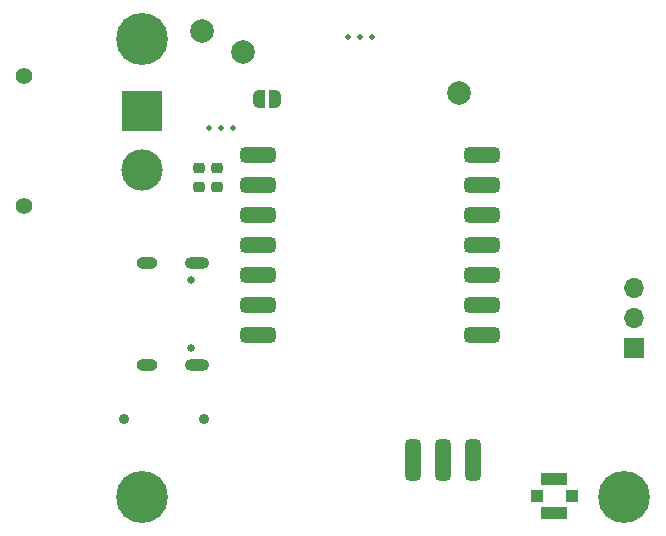
<source format=gbs>
%TF.GenerationSoftware,KiCad,Pcbnew,7.0.5-0*%
%TF.CreationDate,2024-02-18T18:21:39-05:00*%
%TF.ProjectId,BITSv5,42495453-7635-42e6-9b69-6361645f7063,2*%
%TF.SameCoordinates,Original*%
%TF.FileFunction,Soldermask,Bot*%
%TF.FilePolarity,Negative*%
%FSLAX46Y46*%
G04 Gerber Fmt 4.6, Leading zero omitted, Abs format (unit mm)*
G04 Created by KiCad (PCBNEW 7.0.5-0) date 2024-02-18 18:21:39*
%MOMM*%
%LPD*%
G01*
G04 APERTURE LIST*
G04 Aperture macros list*
%AMRoundRect*
0 Rectangle with rounded corners*
0 $1 Rounding radius*
0 $2 $3 $4 $5 $6 $7 $8 $9 X,Y pos of 4 corners*
0 Add a 4 corners polygon primitive as box body*
4,1,4,$2,$3,$4,$5,$6,$7,$8,$9,$2,$3,0*
0 Add four circle primitives for the rounded corners*
1,1,$1+$1,$2,$3*
1,1,$1+$1,$4,$5*
1,1,$1+$1,$6,$7*
1,1,$1+$1,$8,$9*
0 Add four rect primitives between the rounded corners*
20,1,$1+$1,$2,$3,$4,$5,0*
20,1,$1+$1,$4,$5,$6,$7,0*
20,1,$1+$1,$6,$7,$8,$9,0*
20,1,$1+$1,$8,$9,$2,$3,0*%
%AMFreePoly0*
4,1,19,0.500000,-0.750000,0.000000,-0.750000,0.000000,-0.744911,-0.071157,-0.744911,-0.207708,-0.704816,-0.327430,-0.627875,-0.420627,-0.520320,-0.479746,-0.390866,-0.500000,-0.250000,-0.500000,0.250000,-0.479746,0.390866,-0.420627,0.520320,-0.327430,0.627875,-0.207708,0.704816,-0.071157,0.744911,0.000000,0.744911,0.000000,0.750000,0.500000,0.750000,0.500000,-0.750000,0.500000,-0.750000,
$1*%
%AMFreePoly1*
4,1,19,0.000000,0.744911,0.071157,0.744911,0.207708,0.704816,0.327430,0.627875,0.420627,0.520320,0.479746,0.390866,0.500000,0.250000,0.500000,-0.250000,0.479746,-0.390866,0.420627,-0.520320,0.327430,-0.627875,0.207708,-0.704816,0.071157,-0.744911,0.000000,-0.744911,0.000000,-0.750000,-0.500000,-0.750000,-0.500000,0.750000,0.000000,0.750000,0.000000,0.744911,0.000000,0.744911,
$1*%
G04 Aperture macros list end*
%ADD10C,0.889000*%
%ADD11C,4.400000*%
%ADD12C,0.650000*%
%ADD13O,2.100000X1.000000*%
%ADD14O,1.800000X1.000000*%
%ADD15C,1.400000*%
%ADD16R,3.500000X3.500000*%
%ADD17C,3.500000*%
%ADD18C,2.000000*%
%ADD19C,0.499999*%
%ADD20R,1.700000X1.700000*%
%ADD21O,1.700000X1.700000*%
%ADD22FreePoly0,0.000000*%
%ADD23FreePoly1,0.000000*%
%ADD24RoundRect,0.225000X-0.250000X0.225000X-0.250000X-0.225000X0.250000X-0.225000X0.250000X0.225000X0*%
%ADD25RoundRect,0.322500X-1.177500X-0.322500X1.177500X-0.322500X1.177500X0.322500X-1.177500X0.322500X0*%
%ADD26RoundRect,0.325000X-1.175000X-0.325000X1.175000X-0.325000X1.175000X0.325000X-1.175000X0.325000X0*%
%ADD27RoundRect,0.325000X-0.325000X1.425000X-0.325000X-1.425000X0.325000X-1.425000X0.325000X1.425000X0*%
%ADD28R,1.000000X1.000000*%
%ADD29R,2.200000X1.050000*%
G04 APERTURE END LIST*
D10*
%TO.C,SW3*%
X113560098Y-77455002D03*
X106760102Y-77455002D03*
%TD*%
D11*
%TO.C,H2*%
X108300000Y-84100000D03*
%TD*%
D12*
%TO.C,J2*%
X112400100Y-65708102D03*
X112400100Y-71488102D03*
D13*
X112900100Y-64278102D03*
D14*
X108720100Y-64278102D03*
D13*
X112900100Y-72918102D03*
D14*
X108720100Y-72918102D03*
%TD*%
D15*
%TO.C,J3*%
X98300000Y-59400000D03*
X98300000Y-48400000D03*
D16*
X108300000Y-51400000D03*
D17*
X108300000Y-56400000D03*
%TD*%
D18*
%TO.C,TP6*%
X113400000Y-44600000D03*
%TD*%
D19*
%TO.C,U8*%
X125757501Y-45112500D03*
X126757502Y-45112500D03*
X127757500Y-45112500D03*
%TD*%
D11*
%TO.C,H1*%
X108300000Y-45300000D03*
%TD*%
D20*
%TO.C,J1*%
X149900000Y-71425000D03*
D21*
X149900000Y-68885000D03*
X149900000Y-66345000D03*
%TD*%
D19*
%TO.C,U5*%
X113957501Y-52800000D03*
X114957502Y-52800000D03*
X115957500Y-52800000D03*
%TD*%
D11*
%TO.C,H3*%
X149100000Y-84100000D03*
%TD*%
D18*
%TO.C,TP4*%
X116800000Y-46400000D03*
%TD*%
%TO.C,TP5*%
X135100000Y-49900000D03*
%TD*%
D22*
%TO.C,JP1*%
X118200000Y-50400000D03*
D23*
X119500000Y-50400000D03*
%TD*%
D24*
%TO.C,C26*%
X114625000Y-56250000D03*
X114625000Y-57800000D03*
%TD*%
D25*
%TO.C,U4*%
X118100000Y-70345000D03*
D26*
X118100000Y-67800000D03*
X118100000Y-65260000D03*
X118100000Y-62720000D03*
X118100000Y-60180000D03*
X118100000Y-57640000D03*
X118100000Y-55100000D03*
X137100000Y-55100000D03*
X137100000Y-57640000D03*
X137100000Y-60180000D03*
X137100000Y-62720000D03*
X137100000Y-65260000D03*
X137100000Y-67800000D03*
D25*
X137100000Y-70345000D03*
D27*
X136270000Y-80950000D03*
X133730000Y-80950000D03*
X131190000Y-80950000D03*
%TD*%
D28*
%TO.C,J6*%
X141700000Y-84000000D03*
D29*
X143200000Y-85475000D03*
D28*
X144700000Y-84000000D03*
D29*
X143200000Y-82525000D03*
%TD*%
D24*
%TO.C,C27*%
X113100000Y-56250000D03*
X113100000Y-57800000D03*
%TD*%
M02*

</source>
